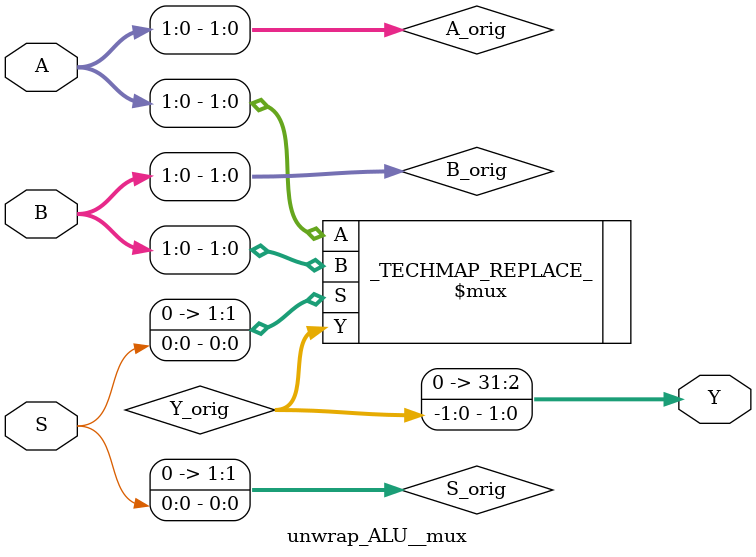
<source format=v>
(* techmap_celltype = "\$__or_wrapper" *)
module unwrap_ALU__or #(
    parameter A_SIGNED = 0,
    parameter A_WIDTH = 0,
    parameter B_SIGNED = 0,
    parameter B_WIDTH = 0,
    parameter Y_WIDTH = 0
)
(
    input wire[31:0] A,
    input wire[31:0] B,
    output reg[31:0] Y
);

reg [A_WIDTH - 1:0] A_orig;
reg [B_WIDTH - 1:0] B_orig;
reg [Y_WIDTH - 1:0] Y_orig;
assign A_orig = A;
assign B_orig = B;
assign Y = Y_orig;
\$or #(
    .A_SIGNED(A_SIGNED),
    .A_WIDTH(A_WIDTH),
    .B_SIGNED(B_SIGNED),
    .B_WIDTH(B_WIDTH),
    .Y_WIDTH(Y_WIDTH)
) _TECHMAP_REPLACE_ (
    .A(A_orig),
    .B(B_orig),
    .Y(Y_orig)
);

endmodule

(* techmap_celltype = "\$__xor_wrapper" *)
module unwrap_ALU__xor #(
    parameter A_SIGNED = 0,
    parameter A_WIDTH = 0,
    parameter B_SIGNED = 0,
    parameter B_WIDTH = 0,
    parameter Y_WIDTH = 0
)
(
    input wire[31:0] A,
    input wire[31:0] B,
    output reg[31:0] Y
);

reg [A_WIDTH - 1:0] A_orig;
reg [B_WIDTH - 1:0] B_orig;
reg [Y_WIDTH - 1:0] Y_orig;
assign A_orig = A;
assign B_orig = B;
assign Y = Y_orig;
\$xor #(
    .A_SIGNED(A_SIGNED),
    .A_WIDTH(A_WIDTH),
    .B_SIGNED(B_SIGNED),
    .B_WIDTH(B_WIDTH),
    .Y_WIDTH(Y_WIDTH)
) _TECHMAP_REPLACE_ (
    .A(A_orig),
    .B(B_orig),
    .Y(Y_orig)
);

endmodule

(* techmap_celltype = "\$__mul_wrapper" *)
module unwrap_ALU__mul #(
    parameter A_SIGNED = 0,
    parameter A_WIDTH = 0,
    parameter B_SIGNED = 0,
    parameter B_WIDTH = 0,
    parameter Y_WIDTH = 0
)
(
    input wire[31:0] A,
    input wire[31:0] B,
    output reg[31:0] Y
);

reg [A_WIDTH - 1:0] A_orig;
reg [B_WIDTH - 1:0] B_orig;
reg [Y_WIDTH - 1:0] Y_orig;
assign A_orig = A;
assign B_orig = B;
assign Y = Y_orig;
\$mul #(
    .A_SIGNED(A_SIGNED),
    .A_WIDTH(A_WIDTH),
    .B_SIGNED(B_SIGNED),
    .B_WIDTH(B_WIDTH),
    .Y_WIDTH(Y_WIDTH)
) _TECHMAP_REPLACE_ (
    .A(A_orig),
    .B(B_orig),
    .Y(Y_orig)
);

endmodule

(* techmap_celltype = "\$__add_wrapper" *)
module unwrap_ALU__add #(
    parameter A_SIGNED = 0,
    parameter A_WIDTH = 0,
    parameter B_SIGNED = 0,
    parameter B_WIDTH = 0,
    parameter Y_WIDTH = 0
)
(
    input wire[31:0] A,
    input wire[31:0] B,
    output reg[31:0] Y
);

reg [A_WIDTH - 1:0] A_orig;
reg [B_WIDTH - 1:0] B_orig;
reg [Y_WIDTH - 1:0] Y_orig;
assign A_orig = A;
assign B_orig = B;
assign Y = Y_orig;
\$add #(
    .A_SIGNED(A_SIGNED),
    .A_WIDTH(A_WIDTH),
    .B_SIGNED(B_SIGNED),
    .B_WIDTH(B_WIDTH),
    .Y_WIDTH(Y_WIDTH)
) _TECHMAP_REPLACE_ (
    .A(A_orig),
    .B(B_orig),
    .Y(Y_orig)
);

endmodule

(* techmap_celltype = "\$__sub_wrapper" *)
module unwrap_ALU__sub #(
    parameter A_SIGNED = 0,
    parameter A_WIDTH = 0,
    parameter B_SIGNED = 0,
    parameter B_WIDTH = 0,
    parameter Y_WIDTH = 0
)
(
    input wire[31:0] A,
    input wire[31:0] B,
    output reg[31:0] Y
);

reg [A_WIDTH - 1:0] A_orig;
reg [B_WIDTH - 1:0] B_orig;
reg [Y_WIDTH - 1:0] Y_orig;
assign A_orig = A;
assign B_orig = B;
assign Y = Y_orig;
\$sub #(
    .A_SIGNED(A_SIGNED),
    .A_WIDTH(A_WIDTH),
    .B_SIGNED(B_SIGNED),
    .B_WIDTH(B_WIDTH),
    .Y_WIDTH(Y_WIDTH)
) _TECHMAP_REPLACE_ (
    .A(A_orig),
    .B(B_orig),
    .Y(Y_orig)
);

endmodule

(* techmap_celltype = "\$__mux_wrapper" *)
module unwrap_ALU__mux #(
    parameter WIDTH = 0
)
(
    input wire[31:0] A,
    input wire[31:0] B,
    input wire S,
    output reg[31:0] Y
);

reg [WIDTH - 1:0] A_orig;
reg [WIDTH - 1:0] B_orig;
reg [WIDTH - 1:0] S_orig;
reg [WIDTH - 1:0] Y_orig;
assign A_orig = A;
assign B_orig = B;
assign S_orig = S;
assign Y = Y_orig;
\$mux #(
    .WIDTH(WIDTH)
) _TECHMAP_REPLACE_ (
    .A(A_orig),
    .B(B_orig),
    .S(S_orig),
    .Y(Y_orig)
);

endmodule


</source>
